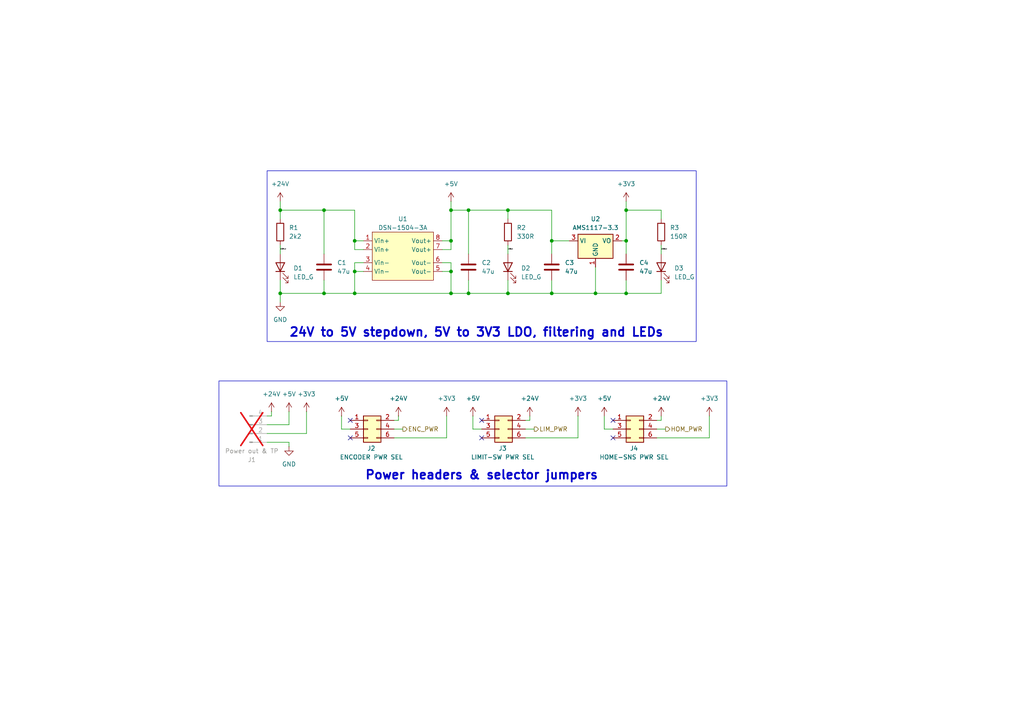
<source format=kicad_sch>
(kicad_sch (version 20231120) (generator "eeschema") (generator_version "8.0")
  (paper "A4")
  (title_block (title "Karcsi (INDACT Robot Arm) - Aux. boards power") (date "2024-05-19") (rev "1.1") (company "LEGO Kör (legokor.hu)") (comment 1 "Designed by Máté Kovács, Panka Horváth, Gergely Halász") (comment 2 "Reviewed by Máté Kovács, Andi Serban, Péter Varga"))
  (lib_symbols
    (symbol "Connector:Conn_01x04_Pin" (pin_names (offset 1.016) hide)
      (property "Reference" "J" (at 0 5.08 0))
      (property "Value" "Conn_01x04_Pin" (at 0 -7.62 0))
      (symbol "Conn_01x04_Pin_1_1"
        (polyline (pts (xy 1.27 -5.08) (xy 0.8636 -5.08)) (stroke (width 0.1524)))
        (polyline (pts (xy 1.27 -2.54) (xy 0.8636 -2.54)) (stroke (width 0.1524)))
        (polyline (pts (xy 1.27 0) (xy 0.8636 0)) (stroke (width 0.1524)))
        (polyline (pts (xy 1.27 2.54) (xy 0.8636 2.54)) (stroke (width 0.1524)))
        (rectangle (start 0.8636 -4.953) (end 0 -5.207) (stroke (width 0.1524)) (fill (type outline)))
        (rectangle (start 0.8636 -2.413) (end 0 -2.667) (stroke (width 0.1524)) (fill (type outline)))
        (rectangle (start 0.8636 0.127) (end 0 -0.127) (stroke (width 0.1524)) (fill (type outline)))
        (rectangle (start 0.8636 2.667) (end 0 2.413) (stroke (width 0.1524)) (fill (type outline)))
        (pin passive line (at 5.08 2.54 180) (length 3.81) (name "Pin_1") (number "1"))
        (pin passive line (at 5.08 0 180) (length 3.81) (name "Pin_2") (number "2"))
        (pin passive line (at 5.08 -2.54 180) (length 3.81) (name "Pin_3") (number "3"))
        (pin passive line (at 5.08 -5.08 180) (length 3.81) (name "Pin_4") (number "4"))
      )
    )
    (symbol "Connector_Generic:Conn_02x03_Odd_Even" (pin_names (offset 1.016) hide)
      (property "Reference" "J" (at 1.27 5.08 0))
      (property "Value" "Conn_02x03_Odd_Even" (at 1.27 -5.08 0))
      (symbol "Conn_02x03_Odd_Even_1_1"
        (rectangle (start -1.27 -2.413) (end 0 -2.667) (stroke (width 0.1524)))
        (rectangle (start -1.27 0.127) (end 0 -0.127) (stroke (width 0.1524)))
        (rectangle (start -1.27 2.667) (end 0 2.413) (stroke (width 0.1524)))
        (rectangle (start -1.27 3.81) (end 3.81 -3.81) (stroke (width 0.254)) (fill (type background)))
        (rectangle (start 3.81 -2.413) (end 2.54 -2.667) (stroke (width 0.1524)))
        (rectangle (start 3.81 0.127) (end 2.54 -0.127) (stroke (width 0.1524)))
        (rectangle (start 3.81 2.667) (end 2.54 2.413) (stroke (width 0.1524)))
        (pin passive line (at -5.08 2.54 0) (length 3.81) (name "Pin_1") (number "1"))
        (pin passive line (at 7.62 2.54 180) (length 3.81) (name "Pin_2") (number "2"))
        (pin passive line (at -5.08 0 0) (length 3.81) (name "Pin_3") (number "3"))
        (pin passive line (at 7.62 0 180) (length 3.81) (name "Pin_4") (number "4"))
        (pin passive line (at -5.08 -2.54 0) (length 3.81) (name "Pin_5") (number "5"))
        (pin passive line (at 7.62 -2.54 180) (length 3.81) (name "Pin_6") (number "6"))
      )
    )
    (symbol "Device:C" (pin_numbers hide) (pin_names (offset 0.254))
      (property "Reference" "C" (at 0.635 2.54 0))
      (property "Value" "C" (at 0.635 -2.54 0))
      (symbol "C_0_1"
        (polyline (pts (xy -2.032 -0.762) (xy 2.032 -0.762)) (stroke (width 0.508)))
        (polyline (pts (xy -2.032 0.762) (xy 2.032 0.762)) (stroke (width 0.508)))
      )
      (symbol "C_1_1"
        (pin passive line (at 0 3.81 270) (length 2.794) (name "~") (number "1"))
        (pin passive line (at 0 -3.81 90) (length 2.794) (name "~") (number "2"))
      )
    )
    (symbol "Device:LED" (pin_numbers hide) (pin_names (offset 1.016) hide)
      (property "Reference" "D" (at 0 2.54 0))
      (property "Value" "LED" (at 0 -2.54 0))
      (symbol "LED_0_1"
        (polyline (pts (xy -1.27 -1.27) (xy -1.27 1.27)) (stroke (width 0.254)))
        (polyline (pts (xy -1.27 0) (xy 1.27 0)))
        (polyline (pts (xy 1.27 -1.27) (xy 1.27 1.27) (xy -1.27 0) (xy 1.27 -1.27)) (stroke (width 0.254)))
        (polyline (pts (xy -3.048 -0.762) (xy -4.572 -2.286) (xy -3.81 -2.286) (xy -4.572 -2.286) (xy -4.572 -1.524)))
        (polyline (pts (xy -1.778 -0.762) (xy -3.302 -2.286) (xy -2.54 -2.286) (xy -3.302 -2.286) (xy -3.302 -1.524)))
      )
      (symbol "LED_1_1"
        (pin passive line (at -3.81 0 0) (length 2.54) (name "K") (number "1"))
        (pin passive line (at 3.81 0 180) (length 2.54) (name "A") (number "2"))
      )
    )
    (symbol "Device:R" (pin_numbers hide) (pin_names (offset 0))
      (property "Reference" "R" (at 2.032 0 90))
      (property "Value" "R" (at 0 0 90))
      (symbol "R_0_1"
        (rectangle (start -1.016 -2.54) (end 1.016 2.54) (stroke (width 0.254)))
      )
      (symbol "R_1_1"
        (pin passive line (at 0 3.81 270) (length 1.27) (name "~") (number "1"))
        (pin passive line (at 0 -3.81 90) (length 1.27) (name "~") (number "2"))
      )
    )
    (symbol "Regulator_Linear:AMS1117-3.3"
      (property "Reference" "U" (at -3.81 3.175 0))
      (property "Value" "AMS1117-3.3" (at 0 3.175 0))
      (symbol "AMS1117-3.3_0_1"
        (rectangle (start -5.08 -5.08) (end 5.08 1.905) (stroke (width 0.254)) (fill (type background)))
      )
      (symbol "AMS1117-3.3_1_1"
        (pin power_in line (at 0 -7.62 90) (length 2.54) (name "GND") (number "1"))
        (pin power_out line (at 7.62 0 180) (length 2.54) (name "VO") (number "2"))
        (pin power_in line (at -7.62 0 0) (length 2.54) (name "VI") (number "3"))
      )
    )
    (symbol "power:+24V" (power) (pin_numbers hide) (pin_names (offset 0) hide)
      (property "Value" "+24V" (at 0 3.556 0))
      (symbol "+24V_0_1"
        (polyline (pts (xy -0.762 1.27) (xy 0 2.54)))
        (polyline (pts (xy 0 0) (xy 0 2.54)))
        (polyline (pts (xy 0 2.54) (xy 0.762 1.27)))
      )
      (symbol "+24V_1_1"
        (pin power_in line (at 0 0 90) (length 0) (name "~") (number "1"))
      )
    )
    (symbol "power:+3V3" (power) (pin_numbers hide) (pin_names (offset 0) hide)
      (property "Value" "+3V3" (at 0 3.556 0))
      (symbol "+3V3_0_1"
        (polyline (pts (xy -0.762 1.27) (xy 0 2.54)))
        (polyline (pts (xy 0 0) (xy 0 2.54)))
        (polyline (pts (xy 0 2.54) (xy 0.762 1.27)))
      )
      (symbol "+3V3_1_1"
        (pin power_in line (at 0 0 90) (length 0) (name "~") (number "1"))
      )
    )
    (symbol "power:+5V" (power) (pin_numbers hide) (pin_names (offset 0) hide)
      (property "Value" "+5V" (at 0 3.556 0))
      (symbol "+5V_0_1"
        (polyline (pts (xy -0.762 1.27) (xy 0 2.54)))
        (polyline (pts (xy 0 0) (xy 0 2.54)))
        (polyline (pts (xy 0 2.54) (xy 0.762 1.27)))
      )
      (symbol "+5V_1_1"
        (pin power_in line (at 0 0 90) (length 0) (name "~") (number "1"))
      )
    )
    (symbol "power:GND" (power) (pin_numbers hide) (pin_names (offset 0) hide)
      (property "Value" "GND" (at 0 -3.81 0))
      (symbol "GND_0_1"
        (polyline (pts (xy 0 0) (xy 0 -1.27) (xy 1.27 -1.27) (xy 0 -2.54) (xy -1.27 -1.27) (xy 0 -1.27)))
      )
      (symbol "GND_1_1"
        (pin power_in line (at 0 0 270) (length 0) (name "~") (number "1"))
      )
    )
    (symbol "power_modules:DSN-1504-3A"
      (property "Reference" "U" (at 0 8.89 0))
      (symbol "DSN-1504-3A_1_1"
        (rectangle (start -8.89 7.62) (end 8.89 -6.35) (fill (type background)))
        (pin power_in line (at -11.43 5.08 0) (length 2.54) (name "Vin+") (number "1"))
        (pin power_in line (at -11.43 2.54 0) (length 2.54) (name "Vin+") (number "2"))
        (pin power_in line (at -11.43 -1.27 0) (length 2.54) (name "Vin-") (number "3"))
        (pin power_in line (at -11.43 -3.81 0) (length 2.54) (name "Vin-") (number "4"))
        (pin power_out line (at 11.43 -3.81 180) (length 2.54) (name "Vout-") (number "5"))
        (pin power_out line (at 11.43 -1.27 180) (length 2.54) (name "Vout-") (number "6"))
        (pin power_out line (at 11.43 2.54 180) (length 2.54) (name "Vout+") (number "7"))
        (pin power_out line (at 11.43 5.08 180) (length 2.54) (name "Vout+") (number "8"))
      )
    )
  )
  (junction (at 130.81 69.85))
  (junction (at 172.72 85.09))
  (junction (at 160.02 69.85))
  (junction (at 147.32 60.96))
  (junction (at 93.98 60.96))
  (junction (at 130.81 78.74))
  (junction (at 181.61 60.96))
  (junction (at 102.87 85.09))
  (junction (at 135.89 85.09))
  (junction (at 81.28 60.96))
  (junction (at 160.02 85.09))
  (junction (at 135.89 60.96))
  (junction (at 181.61 69.85))
  (junction (at 181.61 85.09))
  (junction (at 93.98 85.09))
  (junction (at 147.32 85.09))
  (junction (at 130.81 85.09))
  (junction (at 130.81 60.96))
  (junction (at 81.28 85.09))
  (junction (at 102.87 69.85))
  (junction (at 102.87 78.74))
  (no_connect (at 139.7 121.92))
  (no_connect (at 101.6 121.92))
  (no_connect (at 139.7 127))
  (no_connect (at 177.8 121.92))
  (no_connect (at 177.8 127))
  (no_connect (at 101.6 127))
  (wire (pts (xy 130.81 58.42) (xy 130.81 60.96)))
  (wire (pts (xy 81.28 60.96) (xy 93.98 60.96)))
  (wire (pts (xy 147.32 85.09) (xy 160.02 85.09)))
  (wire (pts (xy 102.87 69.85) (xy 102.87 72.39)))
  (wire (pts (xy 114.3 124.46) (xy 116.84 124.46)))
  (wire (pts (xy 81.28 63.5) (xy 81.28 60.96)))
  (wire (pts (xy 191.77 71.12) (xy 191.77 73.66)))
  (wire (pts (xy 147.32 60.96) (xy 147.32 63.5)))
  (wire (pts (xy 93.98 85.09) (xy 102.87 85.09)))
  (wire (pts (xy 160.02 85.09) (xy 172.72 85.09)))
  (wire (pts (xy 88.9 119.38) (xy 88.9 125.73)))
  (wire (pts (xy 81.28 85.09) (xy 81.28 87.63)))
  (wire (pts (xy 115.57 120.65) (xy 115.57 121.92)))
  (wire (pts (xy 135.89 81.28) (xy 135.89 85.09)))
  (wire (pts (xy 181.61 69.85) (xy 181.61 60.96)))
  (wire (pts (xy 93.98 60.96) (xy 93.98 73.66)))
  (wire (pts (xy 83.82 129.54) (xy 83.82 128.27)))
  (wire (pts (xy 93.98 60.96) (xy 102.87 60.96)))
  (wire (pts (xy 115.57 121.92) (xy 114.3 121.92)))
  (wire (pts (xy 83.82 128.27) (xy 77.47 128.27)))
  (wire (pts (xy 128.27 78.74) (xy 130.81 78.74)))
  (wire (pts (xy 153.67 120.65) (xy 153.67 121.92)))
  (wire (pts (xy 172.72 85.09) (xy 181.61 85.09)))
  (wire (pts (xy 147.32 60.96) (xy 160.02 60.96)))
  (wire (pts (xy 102.87 78.74) (xy 105.41 78.74)))
  (wire (pts (xy 78.74 119.38) (xy 78.74 120.65)))
  (wire (pts (xy 83.82 123.19) (xy 77.47 123.19)))
  (wire (pts (xy 191.77 81.28) (xy 191.77 85.09)))
  (wire (pts (xy 129.54 120.65) (xy 129.54 127)))
  (wire (pts (xy 191.77 120.65) (xy 191.77 121.92)))
  (wire (pts (xy 180.34 69.85) (xy 181.61 69.85)))
  (wire (pts (xy 160.02 81.28) (xy 160.02 85.09)))
  (wire (pts (xy 105.41 72.39) (xy 102.87 72.39)))
  (wire (pts (xy 135.89 60.96) (xy 147.32 60.96)))
  (wire (pts (xy 81.28 81.28) (xy 81.28 85.09)))
  (wire (pts (xy 135.89 60.96) (xy 135.89 73.66)))
  (wire (pts (xy 191.77 60.96) (xy 191.77 63.5)))
  (wire (pts (xy 128.27 69.85) (xy 130.81 69.85)))
  (wire (pts (xy 129.54 127) (xy 114.3 127)))
  (wire (pts (xy 81.28 71.12) (xy 81.28 73.66)))
  (wire (pts (xy 175.26 124.46) (xy 177.8 124.46)))
  (wire (pts (xy 130.81 60.96) (xy 135.89 60.96)))
  (wire (pts (xy 78.74 120.65) (xy 77.47 120.65)))
  (wire (pts (xy 190.5 124.46) (xy 193.04 124.46)))
  (wire (pts (xy 130.81 85.09) (xy 135.89 85.09)))
  (wire (pts (xy 175.26 120.65) (xy 175.26 124.46)))
  (wire (pts (xy 99.06 120.65) (xy 99.06 124.46)))
  (wire (pts (xy 81.28 58.42) (xy 81.28 60.96)))
  (wire (pts (xy 160.02 69.85) (xy 160.02 73.66)))
  (wire (pts (xy 135.89 85.09) (xy 147.32 85.09)))
  (wire (pts (xy 128.27 76.2) (xy 130.81 76.2)))
  (wire (pts (xy 99.06 124.46) (xy 101.6 124.46)))
  (wire (pts (xy 160.02 60.96) (xy 160.02 69.85)))
  (wire (pts (xy 205.74 120.65) (xy 205.74 127)))
  (wire (pts (xy 137.16 124.46) (xy 139.7 124.46)))
  (wire (pts (xy 93.98 81.28) (xy 93.98 85.09)))
  (wire (pts (xy 130.81 72.39) (xy 130.81 69.85)))
  (wire (pts (xy 191.77 121.92) (xy 190.5 121.92)))
  (wire (pts (xy 181.61 81.28) (xy 181.61 85.09)))
  (wire (pts (xy 153.67 121.92) (xy 152.4 121.92)))
  (wire (pts (xy 181.61 58.42) (xy 181.61 60.96)))
  (wire (pts (xy 152.4 124.46) (xy 154.94 124.46)))
  (wire (pts (xy 128.27 72.39) (xy 130.81 72.39)))
  (wire (pts (xy 167.64 127) (xy 152.4 127)))
  (wire (pts (xy 88.9 125.73) (xy 77.47 125.73)))
  (wire (pts (xy 130.81 78.74) (xy 130.81 85.09)))
  (wire (pts (xy 160.02 69.85) (xy 165.1 69.85)))
  (wire (pts (xy 181.61 69.85) (xy 181.61 73.66)))
  (wire (pts (xy 130.81 76.2) (xy 130.81 78.74)))
  (wire (pts (xy 105.41 69.85) (xy 102.87 69.85)))
  (wire (pts (xy 102.87 69.85) (xy 102.87 60.96)))
  (wire (pts (xy 167.64 120.65) (xy 167.64 127)))
  (wire (pts (xy 83.82 119.38) (xy 83.82 123.19)))
  (wire (pts (xy 102.87 78.74) (xy 102.87 85.09)))
  (wire (pts (xy 137.16 120.65) (xy 137.16 124.46)))
  (wire (pts (xy 147.32 81.28) (xy 147.32 85.09)))
  (wire (pts (xy 181.61 60.96) (xy 191.77 60.96)))
  (wire (pts (xy 181.61 85.09) (xy 191.77 85.09)))
  (wire (pts (xy 205.74 127) (xy 190.5 127)))
  (wire (pts (xy 102.87 85.09) (xy 130.81 85.09)))
  (wire (pts (xy 147.32 71.12) (xy 147.32 73.66)))
  (wire (pts (xy 130.81 69.85) (xy 130.81 60.96)))
  (wire (pts (xy 81.28 85.09) (xy 93.98 85.09)))
  (wire (pts (xy 172.72 77.47) (xy 172.72 85.09)))
  (wire (pts (xy 102.87 76.2) (xy 102.87 78.74)))
  (wire (pts (xy 105.41 76.2) (xy 102.87 76.2)))
  (rectangle (start 63.5 110.49) (end 210.82 140.97))
  (rectangle (start 77.47 49.53) (end 201.93 99.06))
  (text "Power headers & selector jumpers" (at 139.7 137.922 0) (effects (font (size 2.54 2.54) (thickness 0.508) (bold yes))))
  (text "24V to 5V stepdown, 5V to 3V3 LDO, filtering and LEDs" (at 138.176 96.52 0) (effects (font (size 2.54 2.54) (thickness 0.508) (bold yes))))
  (label "LED24_A" (at 81.28 72.39 0) (effects (font (size 0.254 0.254))))
  (label "LED33_A" (at 191.77 72.39 0) (effects (font (size 0.254 0.254))))
  (label "LED5_A" (at 147.32 72.39 0) (effects (font (size 0.254 0.254))))
  (hierarchical_label "HOM_PWR" (shape output) (at 193.04 124.46 0))
  (hierarchical_label "ENC_PWR" (shape output) (at 116.84 124.46 0))
  (hierarchical_label "LIM_PWR" (shape output) (at 154.94 124.46 0))
  (symbol (lib_id "power:GND") (at 83.82 129.54 0) (unit 1)
    (property "Reference" "#PWR08" (effects (hide yes)))
    (property "Value" "GND" (at 83.82 134.62 0))
    (property "Description" "Power symbol creates a global label with name \"GND\" , ground" (effects (hide yes)))
  )
  (symbol (lib_id "Connector_Generic:Conn_02x03_Odd_Even") (at 144.78 124.46 0) (unit 1)
    (property "Reference" "J3" (at 145.796 130.048 0))
    (property "Value" "LIMIT-SW PWR SEL" (at 145.796 132.588 0))
    (property "Footprint" "Connector_PinHeader_2.54mm:PinHeader_2x03_P2.54mm_Vertical" (effects (hide yes)))
    (property "Description" "Generic connector, double row, 02x03, odd/even pin numbering scheme (row 1 odd numbers, row 2 even numbers), script generated (kicad-library-utils/schlib/autogen/connector/)" (effects (hide yes)))
    (property "Sourced" "1" (effects (hide yes)))
    (property "Supplier" "LEGOlab" (effects (hide yes)))
    (property "Supplier item no" "-" (effects (hide yes)))
  )
  (symbol (lib_id "power:+3V3") (at 129.54 120.65 0) (unit 1)
    (property "Reference" "#PWR011" (effects (hide yes)))
    (property "Value" "+3V3" (at 129.54 115.57 0))
    (property "Description" "Power symbol creates a global label with name \"+3V3\"" (effects (hide yes)))
  )
  (symbol (lib_id "Device:C") (at 160.02 77.47 0) (unit 1)
    (property "Reference" "C3" (at 163.83 76.1999 0) (effects (justify left)))
    (property "Value" "47u" (at 163.83 78.7399 0) (effects (justify left)))
    (property "Footprint" "Capacitor_SMD:C_0805_2012Metric_Pad1.18x1.45mm_HandSolder" (effects (hide yes)))
    (property "Description" "Unpolarized capacitor" (effects (hide yes)))
    (property "Supplier" "Lomex" (effects (hide yes)))
    (property "Supplier URL" "https://lomex.hu/hu/webshop/#/search,82-11-74/stype,1" (effects (hide yes)))
    (property "Supplier item no" "82-11-74" (effects (hide yes)))
    (property "Sourced" "0" (effects (hide yes)))
  )
  (symbol (lib_id "Connector:Conn_01x04_Pin") (at 72.39 125.73 0) (mirror x) (unit 1) (dnp yes)
    (property "Reference" "J1" (at 73.025 133.35 0))
    (property "Value" "Power out & TP" (at 73.025 130.81 0))
    (property "Footprint" "Connector_PinHeader_2.54mm:PinHeader_1x04_P2.54mm_Vertical" (effects (hide yes)))
    (property "Description" "Generic connector, single row, 01x04, script generated" (effects (hide yes)))
    (property "Sourced" "1" (effects (hide yes)))
    (property "Supplier" "LEGOlab" (effects (hide yes)))
    (property "Supplier item no" "-" (effects (hide yes)))
  )
  (symbol (lib_id "Connector_Generic:Conn_02x03_Odd_Even") (at 182.88 124.46 0) (unit 1)
    (property "Reference" "J4" (at 183.896 130.048 0))
    (property "Value" "HOME-SNS PWR SEL" (at 183.896 132.588 0))
    (property "Footprint" "Connector_PinHeader_2.54mm:PinHeader_2x03_P2.54mm_Vertical" (effects (hide yes)))
    (property "Description" "Generic connector, double row, 02x03, odd/even pin numbering scheme (row 1 odd numbers, row 2 even numbers), script generated (kicad-library-utils/schlib/autogen/connector/)" (effects (hide yes)))
    (property "Sourced" "1" (effects (hide yes)))
    (property "Supplier" "LEGOlab" (effects (hide yes)))
    (property "Supplier item no" "-" (effects (hide yes)))
  )
  (symbol (lib_id "power:+3V3") (at 167.64 120.65 0) (unit 1)
    (property "Reference" "#PWR014" (effects (hide yes)))
    (property "Value" "+3V3" (at 167.64 115.57 0))
    (property "Description" "Power symbol creates a global label with name \"+3V3\"" (effects (hide yes)))
  )
  (symbol (lib_id "power:+5V") (at 175.26 120.65 0) (unit 1)
    (property "Reference" "#PWR015" (effects (hide yes)))
    (property "Value" "+5V" (at 175.26 115.57 0))
    (property "Description" "Power symbol creates a global label with name \"+5V\"" (effects (hide yes)))
  )
  (symbol (lib_id "power:+24V") (at 115.57 120.65 0) (unit 1)
    (property "Reference" "#PWR010" (effects (hide yes)))
    (property "Value" "+24V" (at 115.57 115.57 0))
    (property "Description" "Power symbol creates a global label with name \"+24V\"" (effects (hide yes)))
  )
  (symbol (lib_id "Connector_Generic:Conn_02x03_Odd_Even") (at 106.68 124.46 0) (unit 1)
    (property "Reference" "J2" (at 107.696 130.048 0))
    (property "Value" "ENCODER PWR SEL" (at 107.696 132.588 0))
    (property "Footprint" "Connector_PinHeader_2.54mm:PinHeader_2x03_P2.54mm_Vertical" (effects (hide yes)))
    (property "Description" "Generic connector, double row, 02x03, odd/even pin numbering scheme (row 1 odd numbers, row 2 even numbers), script generated (kicad-library-utils/schlib/autogen/connector/)" (effects (hide yes)))
    (property "Sourced" "1" (effects (hide yes)))
    (property "Supplier" "LEGOlab" (effects (hide yes)))
    (property "Supplier item no" "-" (effects (hide yes)))
  )
  (symbol (lib_id "power:+3V3") (at 88.9 119.38 0) (unit 1)
    (property "Reference" "#PWR07" (effects (hide yes)))
    (property "Value" "+3V3" (at 88.9 114.3 0))
    (property "Description" "Power symbol creates a global label with name \"+3V3\"" (effects (hide yes)))
  )
  (symbol (lib_id "power:+24V") (at 191.77 120.65 0) (unit 1)
    (property "Reference" "#PWR016" (effects (hide yes)))
    (property "Value" "+24V" (at 191.77 115.57 0))
    (property "Description" "Power symbol creates a global label with name \"+24V\"" (effects (hide yes)))
  )
  (symbol (lib_id "power:+5V") (at 83.82 119.38 0) (unit 1)
    (property "Reference" "#PWR06" (effects (hide yes)))
    (property "Value" "+5V" (at 83.82 114.3 0))
    (property "Description" "Power symbol creates a global label with name \"+5V\"" (effects (hide yes)))
  )
  (symbol (lib_id "Device:R") (at 81.28 67.31 0) (unit 1)
    (property "Reference" "R1" (at 83.82 66.0399 0) (effects (justify left)))
    (property "Value" "2k2" (at 83.82 68.5799 0) (effects (justify left)))
    (property "Footprint" "Resistor_SMD:R_0805_2012Metric_Pad1.20x1.40mm_HandSolder" (effects (hide yes)))
    (property "Description" "Resistor" (effects (hide yes)))
    (property "Supplier" "Lomex" (effects (hide yes)))
    (property "Supplier URL" "https://lomex.hu/hu/webshop/#page,0/search,81-10-91/stype,1" (effects (hide yes)))
    (property "Supplier item no" "81-10-91" (effects (hide yes)))
    (property "Sourced" "1" (effects (hide yes)))
  )
  (symbol (lib_id "Device:C") (at 181.61 77.47 0) (unit 1)
    (property "Reference" "C4" (at 185.42 76.1999 0) (effects (justify left)))
    (property "Value" "47u" (at 185.42 78.7399 0) (effects (justify left)))
    (property "Footprint" "Capacitor_SMD:C_0805_2012Metric_Pad1.18x1.45mm_HandSolder" (effects (hide yes)))
    (property "Description" "Unpolarized capacitor" (effects (hide yes)))
    (property "Supplier" "Lomex" (effects (hide yes)))
    (property "Supplier URL" "https://lomex.hu/hu/webshop/#/search,82-11-74/stype,1" (effects (hide yes)))
    (property "Supplier item no" "82-11-74" (effects (hide yes)))
    (property "Sourced" "0" (effects (hide yes)))
  )
  (symbol (lib_id "Device:R") (at 191.77 67.31 0) (unit 1)
    (property "Reference" "R3" (at 194.31 66.0399 0) (effects (justify left)))
    (property "Value" "150R" (at 194.31 68.5799 0) (effects (justify left)))
    (property "Footprint" "Resistor_SMD:R_0805_2012Metric_Pad1.20x1.40mm_HandSolder" (effects (hide yes)))
    (property "Description" "Resistor" (effects (hide yes)))
    (property "Supplier" "Lomex" (effects (hide yes)))
    (property "Supplier item no" "81-10-77" (effects (hide yes)))
    (property "Sourced" "1" (effects (hide yes)))
  )
  (symbol (lib_id "Regulator_Linear:AMS1117-3.3") (at 172.72 69.85 0) (unit 1)
    (property "Reference" "U2" (at 172.72 63.5 0))
    (property "Value" "AMS1117-3.3" (at 172.72 66.04 0))
    (property "Footprint" "Package_TO_SOT_SMD:SOT-223-3_TabPin2" (effects (hide yes)))
    (property "Datasheet" "http://www.advanced-monolithic.com/pdf/ds1117.pdf" (effects (hide yes)))
    (property "Description" "1A Low Dropout regulator, positive, 3.3V fixed output, SOT-223" (effects (hide yes)))
    (property "Supplier" "LCSC" (effects (hide yes)))
    (property "Supplier URL" "https://www.lcsc.com/product-detail/Linear-Voltage-Regulators-LDO_Advanced-Monolithic-Systems-AMS1117-3-3_C6186.html" (effects (hide yes)))
    (property "Supplier item no" "C6186" (effects (hide yes)))
    (property "Sourced" "0" (effects (hide yes)))
  )
  (symbol (lib_id "power:+24V") (at 78.74 119.38 0) (unit 1)
    (property "Reference" "#PWR05" (effects (hide yes)))
    (property "Value" "+24V" (at 78.74 114.3 0))
    (property "Description" "Power symbol creates a global label with name \"+24V\"" (effects (hide yes)))
  )
  (symbol (lib_id "Device:LED") (at 191.77 77.47 90) (unit 1)
    (property "Reference" "D3" (at 195.58 77.7874 90) (effects (justify right)))
    (property "Value" "LED_G" (at 195.58 80.3274 90) (effects (justify right)))
    (property "Footprint" "LED_SMD:LED_0805_2012Metric_Pad1.15x1.40mm_HandSolder" (effects (hide yes)))
    (property "Datasheet" "https://mm.digikey.com/Volume0/opasdata/d220001/medias/docus/3804/B1701NG--20D000314U1930.pdf" (effects (hide yes)))
    (property "Description" "Light emitting diode" (effects (hide yes)))
    (property "Supplier" "DigiKey" (effects (hide yes)))
    (property "Supplier URL" "https://www.digikey.hu/hu/products/detail/harvatek-corporation/B1701NG-20D000314U1930/16671738" (effects (hide yes)))
    (property "Supplier item no" "3147-B1701NG--20D000314U1930CT-ND" (effects (hide yes)))
    (property "Sourced" "1" (effects (hide yes)))
  )
  (symbol (lib_id "Device:LED") (at 81.28 77.47 90) (unit 1)
    (property "Reference" "D1" (at 85.09 77.7874 90) (effects (justify right)))
    (property "Value" "LED_G" (at 85.09 80.3274 90) (effects (justify right)))
    (property "Footprint" "LED_SMD:LED_0805_2012Metric_Pad1.15x1.40mm_HandSolder" (effects (hide yes)))
    (property "Datasheet" "https://mm.digikey.com/Volume0/opasdata/d220001/medias/docus/3804/B1701NG--20D000314U1930.pdf" (effects (hide yes)))
    (property "Description" "Light emitting diode" (effects (hide yes)))
    (property "Supplier" "DigiKey" (effects (hide yes)))
    (property "Supplier URL" "https://www.digikey.hu/hu/products/detail/harvatek-corporation/B1701NG-20D000314U1930/16671738" (effects (hide yes)))
    (property "Supplier item no" "3147-B1701NG--20D000314U1930CT-ND" (effects (hide yes)))
    (property "Sourced" "1" (effects (hide yes)))
  )
  (symbol (lib_id "Device:C") (at 135.89 77.47 0) (unit 1)
    (property "Reference" "C2" (at 139.7 76.1999 0) (effects (justify left)))
    (property "Value" "47u" (at 139.7 78.7399 0) (effects (justify left)))
    (property "Footprint" "Capacitor_SMD:C_0805_2012Metric_Pad1.18x1.45mm_HandSolder" (effects (hide yes)))
    (property "Description" "Unpolarized capacitor" (effects (hide yes)))
    (property "Supplier" "Lomex" (effects (hide yes)))
    (property "Supplier URL" "https://lomex.hu/hu/webshop/#/search,82-11-74/stype,1" (effects (hide yes)))
    (property "Supplier item no" "82-11-74" (effects (hide yes)))
    (property "Sourced" "0" (effects (hide yes)))
  )
  (symbol (lib_id "Device:C") (at 93.98 77.47 0) (unit 1)
    (property "Reference" "C1" (at 97.79 76.1999 0) (effects (justify left)))
    (property "Value" "47u" (at 97.79 78.7399 0) (effects (justify left)))
    (property "Footprint" "Capacitor_SMD:C_0805_2012Metric_Pad1.18x1.45mm_HandSolder" (effects (hide yes)))
    (property "Description" "Unpolarized capacitor" (effects (hide yes)))
    (property "Supplier" "Lomex" (effects (hide yes)))
    (property "Supplier URL" "https://lomex.hu/hu/webshop/#/search,82-11-74/stype,1" (effects (hide yes)))
    (property "Supplier item no" "82-11-74" (effects (hide yes)))
    (property "Sourced" "0" (effects (hide yes)))
  )
  (symbol (lib_id "Device:LED") (at 147.32 77.47 90) (unit 1)
    (property "Reference" "D2" (at 151.13 77.7874 90) (effects (justify right)))
    (property "Value" "LED_G" (at 151.13 80.3274 90) (effects (justify right)))
    (property "Footprint" "LED_SMD:LED_0805_2012Metric_Pad1.15x1.40mm_HandSolder" (effects (hide yes)))
    (property "Datasheet" "https://mm.digikey.com/Volume0/opasdata/d220001/medias/docus/3804/B1701NG--20D000314U1930.pdf" (effects (hide yes)))
    (property "Description" "Light emitting diode" (effects (hide yes)))
    (property "Supplier" "DigiKey" (effects (hide yes)))
    (property "Supplier URL" "https://www.digikey.hu/hu/products/detail/harvatek-corporation/B1701NG-20D000314U1930/16671738" (effects (hide yes)))
    (property "Supplier item no" "3147-B1701NG--20D000314U1930CT-ND" (effects (hide yes)))
    (property "Sourced" "1" (effects (hide yes)))
  )
  (symbol (lib_id "power:+5V") (at 99.06 120.65 0) (unit 1)
    (property "Reference" "#PWR09" (effects (hide yes)))
    (property "Value" "+5V" (at 99.06 115.57 0))
    (property "Description" "Power symbol creates a global label with name \"+5V\"" (effects (hide yes)))
  )
  (symbol (lib_id "power:+3V3") (at 181.61 58.42 0) (unit 1)
    (property "Reference" "#PWR04" (effects (hide yes)))
    (property "Value" "+3V3" (at 181.61 53.34 0))
    (property "Description" "Power symbol creates a global label with name \"+3V3\"" (effects (hide yes)))
  )
  (symbol (lib_id "power:+3V3") (at 205.74 120.65 0) (unit 1)
    (property "Reference" "#PWR017" (effects (hide yes)))
    (property "Value" "+3V3" (at 205.74 115.57 0))
    (property "Description" "Power symbol creates a global label with name \"+3V3\"" (effects (hide yes)))
  )
  (symbol (lib_id "Device:R") (at 147.32 67.31 0) (unit 1)
    (property "Reference" "R2" (at 149.86 66.0399 0) (effects (justify left)))
    (property "Value" "330R" (at 149.86 68.5799 0) (effects (justify left)))
    (property "Footprint" "Resistor_SMD:R_0805_2012Metric_Pad1.20x1.40mm_HandSolder" (effects (hide yes)))
    (property "Description" "Resistor" (effects (hide yes)))
    (property "Supplier" "Lomex" (effects (hide yes)))
    (property "Supplier item no" "81-10-81" (effects (hide yes)))
    (property "Sourced" "1" (effects (hide yes)))
  )
  (symbol (lib_id "power:+24V") (at 153.67 120.65 0) (unit 1)
    (property "Reference" "#PWR013" (effects (hide yes)))
    (property "Value" "+24V" (at 153.67 115.57 0))
    (property "Description" "Power symbol creates a global label with name \"+24V\"" (effects (hide yes)))
  )
  (symbol (lib_id "power:+24V") (at 81.28 58.42 0) (unit 1)
    (property "Reference" "#PWR01" (effects (hide yes)))
    (property "Value" "+24V" (at 81.28 53.34 0))
    (property "Description" "Power symbol creates a global label with name \"+24V\"" (effects (hide yes)))
  )
  (symbol (lib_id "power:GND") (at 81.28 87.63 0) (unit 1)
    (property "Reference" "#PWR02" (effects (hide yes)))
    (property "Value" "GND" (at 81.28 92.71 0))
    (property "Description" "Power symbol creates a global label with name \"GND\" , ground" (effects (hide yes)))
  )
  (symbol (lib_id "power:+5V") (at 137.16 120.65 0) (unit 1)
    (property "Reference" "#PWR012" (effects (hide yes)))
    (property "Value" "+5V" (at 137.16 115.57 0))
    (property "Description" "Power symbol creates a global label with name \"+5V\"" (effects (hide yes)))
  )
  (symbol (lib_id "power:+5V") (at 130.81 58.42 0) (unit 1)
    (property "Reference" "#PWR03" (effects (hide yes)))
    (property "Value" "+5V" (at 130.81 53.34 0))
    (property "Description" "Power symbol creates a global label with name \"+5V\"" (effects (hide yes)))
  )
  (symbol (lib_id "power_modules:DSN-1504-3A") (at 116.84 74.93 0) (unit 1)
    (property "Reference" "U1" (at 116.84 63.5 0))
    (property "Value" "DSN-1504-3A" (at 116.84 66.04 0))
    (property "Footprint" "power_modules:DSN-1504-3A" (effects (hide yes)))
    (property "Datasheet" "https://www.hestore.hu/prod_getfile.php?id=10201" (effects (hide yes)))
    (property "Supplier" "Hestore" (effects (hide yes)))
    (property "Supplier URL" "https://www.hestore.hu/prod_10038118.html" (effects (hide yes)))
    (property "Supplier item no" "100.381.18" (effects (hide yes)))
    (property "Sourced" "0" (effects (hide yes)))
  )
)
</source>
